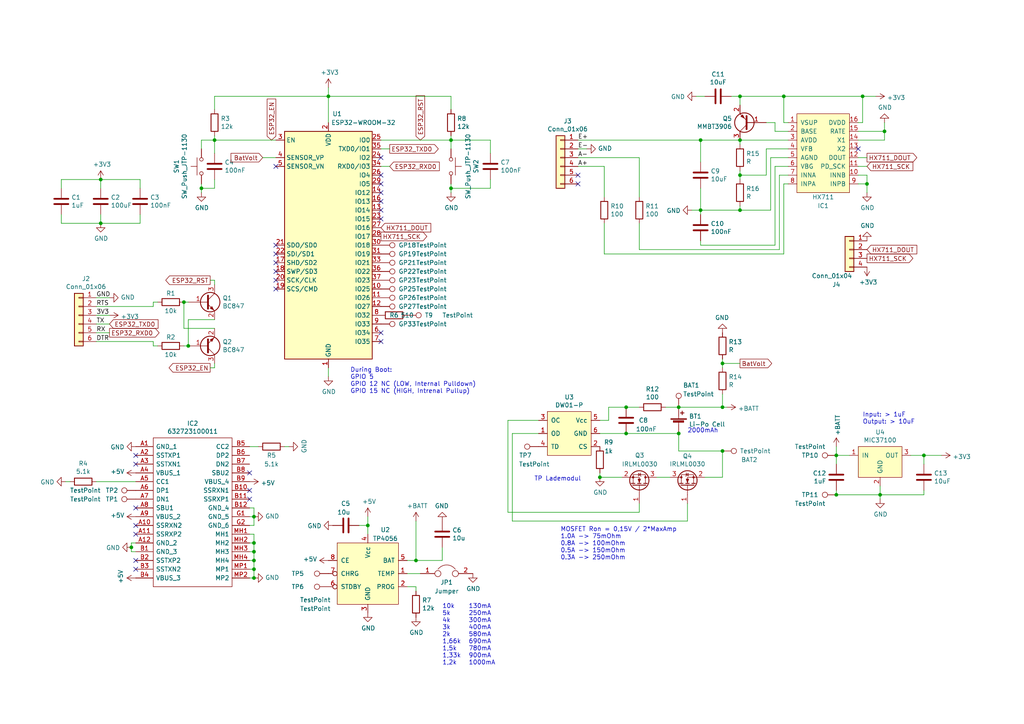
<source format=kicad_sch>
(kicad_sch (version 20211123) (generator eeschema)
  (paper "A4")
  (title_block (title "Smarte Küchenwaage") (date "2021-05-19") (rev "0.4") (company "FH Dortmund - 42nibbles") (comment 1 "https://github.com/Jannled") (comment 2 "Author: Jannik Schmöle"))
  (junction (at 214.63 40.64))
  (junction (at 73.66 157.48))
  (junction (at 251.46 53.34))
  (junction (at 214.63 60.96))
  (junction (at 203.2 60.96))
  (junction (at 130.81 54.61))
  (junction (at 181.61 125.73))
  (junction (at 106.68 152.4))
  (junction (at 214.63 50.8))
  (junction (at 242.57 143.51))
  (junction (at 73.66 162.56))
  (junction (at 203.2 40.64))
  (junction (at 173.99 138.43))
  (junction (at 73.66 160.02))
  (junction (at 29.21 64.77))
  (junction (at 196.85 118.11))
  (junction (at 38.1 158.75))
  (junction (at 242.57 132.08))
  (junction (at 181.61 118.11))
  (junction (at 209.55 130.81))
  (junction (at 73.66 165.1))
  (junction (at 214.63 27.94))
  (junction (at 73.66 167.64))
  (junction (at 29.21 52.07))
  (junction (at 267.97 132.08))
  (junction (at 58.42 54.61))
  (junction (at 209.55 118.11))
  (junction (at 256.54 38.1))
  (junction (at 62.23 40.64))
  (junction (at 250.19 27.94))
  (junction (at 209.55 105.41))
  (junction (at 73.66 149.86))
  (junction (at 95.25 27.94))
  (junction (at 196.85 125.73))
  (junction (at 227.33 27.94))
  (junction (at 255.27 143.51))
  (junction (at 120.65 162.56))
  (junction (at 54.61 100.33))
  (junction (at 130.81 40.64))
  (junction (at 53.34 87.63))
  (no_connect (at 167.64 50.8))
  (no_connect (at 39.37 165.1))
  (no_connect (at 248.92 43.18))
  (no_connect (at 110.49 60.96))
  (no_connect (at 80.01 78.74))
  (no_connect (at 80.01 81.28))
  (no_connect (at 110.49 63.5))
  (no_connect (at 110.49 45.72))
  (no_connect (at 110.49 50.8))
  (no_connect (at 72.39 142.24))
  (no_connect (at 39.37 162.56))
  (no_connect (at 72.39 137.16))
  (no_connect (at 80.01 76.2))
  (no_connect (at 72.39 144.78))
  (no_connect (at 110.49 99.06))
  (no_connect (at 110.49 58.42))
  (no_connect (at 39.37 152.4))
  (no_connect (at 80.01 48.26))
  (no_connect (at 39.37 154.94))
  (no_connect (at 80.01 71.12))
  (no_connect (at 39.37 134.62))
  (no_connect (at 39.37 147.32))
  (no_connect (at 110.49 55.88))
  (no_connect (at 110.49 53.34))
  (no_connect (at 110.49 96.52))
  (no_connect (at 80.01 73.66))
  (no_connect (at 167.64 53.34))
  (no_connect (at 80.01 83.82))
  (no_connect (at 39.37 132.08))
  (wire (pts (xy 17.78 62.23) (xy 17.78 64.77)))
  (wire (pts (xy 214.63 27.94) (xy 214.63 30.48)))
  (wire (pts (xy 242.57 129.54) (xy 242.57 132.08)))
  (wire (pts (xy 203.2 40.64) (xy 214.63 40.64)))
  (wire (pts (xy 196.85 130.81) (xy 209.55 130.81)))
  (wire (pts (xy 72.39 152.4) (xy 73.66 152.4)))
  (wire (pts (xy 106.68 154.94) (xy 106.68 152.4)))
  (wire (pts (xy 248.92 48.26) (xy 251.46 48.26)))
  (wire (pts (xy 209.55 130.81) (xy 209.55 138.43)))
  (wire (pts (xy 58.42 40.64) (xy 58.42 43.18)))
  (wire (pts (xy 248.92 38.1) (xy 256.54 38.1)))
  (wire (pts (xy 209.55 118.11) (xy 210.82 118.11)))
  (wire (pts (xy 181.61 125.73) (xy 196.85 125.73)))
  (wire (pts (xy 227.33 27.94) (xy 250.19 27.94)))
  (wire (pts (xy 120.65 162.56) (xy 118.11 162.56)))
  (wire (pts (xy 62.23 54.61) (xy 58.42 54.61)))
  (wire (pts (xy 120.65 170.18) (xy 120.65 171.45)))
  (wire (pts (xy 39.37 157.48) (xy 38.1 157.48)))
  (wire (pts (xy 62.23 92.71) (xy 54.61 92.71)))
  (wire (pts (xy 181.61 118.11) (xy 185.42 118.11)))
  (wire (pts (xy 214.63 27.94) (xy 227.33 27.94)))
  (wire (pts (xy 38.1 158.75) (xy 38.1 160.02)))
  (wire (pts (xy 130.81 40.64) (xy 130.81 43.18)))
  (wire (pts (xy 40.64 62.23) (xy 40.64 64.77)))
  (wire (pts (xy 128.27 162.56) (xy 120.65 162.56)))
  (wire (pts (xy 58.42 55.88) (xy 58.42 54.61)))
  (wire (pts (xy 227.33 53.34) (xy 228.6 53.34)))
  (wire (pts (xy 267.97 132.08) (xy 267.97 134.62)))
  (wire (pts (xy 185.42 45.72) (xy 185.42 57.15)))
  (wire (pts (xy 228.6 35.56) (xy 227.33 35.56)))
  (wire (pts (xy 242.57 132.08) (xy 246.38 132.08)))
  (wire (pts (xy 148.59 125.73) (xy 156.21 125.73)))
  (wire (pts (xy 62.23 81.28) (xy 62.23 82.55)))
  (wire (pts (xy 29.21 52.07) (xy 40.64 52.07)))
  (wire (pts (xy 167.64 40.64) (xy 203.2 40.64)))
  (wire (pts (xy 255.27 143.51) (xy 255.27 140.97)))
  (wire (pts (xy 130.81 39.37) (xy 130.81 40.64)))
  (wire (pts (xy 214.63 60.96) (xy 223.52 60.96)))
  (wire (pts (xy 248.92 40.64) (xy 256.54 40.64)))
  (wire (pts (xy 147.32 121.92) (xy 147.32 148.59)))
  (wire (pts (xy 27.94 139.7) (xy 39.37 139.7)))
  (wire (pts (xy 227.33 73.66) (xy 227.33 53.34)))
  (wire (pts (xy 27.94 88.9) (xy 44.45 88.9)))
  (wire (pts (xy 130.81 27.94) (xy 130.81 31.75)))
  (wire (pts (xy 209.55 104.14) (xy 209.55 105.41)))
  (wire (pts (xy 62.23 105.41) (xy 62.23 106.68)))
  (wire (pts (xy 29.21 52.07) (xy 29.21 54.61)))
  (wire (pts (xy 73.66 154.94) (xy 72.39 154.94)))
  (wire (pts (xy 62.23 95.25) (xy 53.34 95.25)))
  (wire (pts (xy 73.66 147.32) (xy 72.39 147.32)))
  (wire (pts (xy 17.78 52.07) (xy 17.78 54.61)))
  (wire (pts (xy 203.2 62.23) (xy 203.2 60.96)))
  (wire (pts (xy 250.19 27.94) (xy 254 27.94)))
  (wire (pts (xy 267.97 142.24) (xy 267.97 143.51)))
  (wire (pts (xy 167.64 48.26) (xy 175.26 48.26)))
  (wire (pts (xy 148.59 151.13) (xy 148.59 125.73)))
  (wire (pts (xy 73.66 165.1) (xy 73.66 162.56)))
  (wire (pts (xy 175.26 48.26) (xy 175.26 57.15)))
  (wire (pts (xy 267.97 132.08) (xy 273.05 132.08)))
  (wire (pts (xy 118.11 170.18) (xy 120.65 170.18)))
  (wire (pts (xy 248.92 53.34) (xy 251.46 53.34)))
  (wire (pts (xy 147.32 148.59) (xy 185.42 148.59)))
  (wire (pts (xy 58.42 40.64) (xy 62.23 40.64)))
  (wire (pts (xy 223.52 45.72) (xy 223.52 60.96)))
  (wire (pts (xy 203.2 46.99) (xy 203.2 40.64)))
  (wire (pts (xy 27.94 93.98) (xy 31.75 93.98)))
  (wire (pts (xy 222.25 43.18) (xy 228.6 43.18)))
  (wire (pts (xy 214.63 50.8) (xy 222.25 50.8)))
  (wire (pts (xy 175.26 73.66) (xy 227.33 73.66)))
  (wire (pts (xy 173.99 137.16) (xy 173.99 138.43)))
  (wire (pts (xy 214.63 40.64) (xy 214.63 41.91)))
  (wire (pts (xy 227.33 35.56) (xy 227.33 27.94)))
  (wire (pts (xy 62.23 39.37) (xy 62.23 40.64)))
  (wire (pts (xy 196.85 118.11) (xy 209.55 118.11)))
  (wire (pts (xy 201.93 27.94) (xy 204.47 27.94)))
  (wire (pts (xy 44.45 87.63) (xy 45.72 87.63)))
  (wire (pts (xy 62.23 106.68) (xy 60.96 106.68)))
  (wire (pts (xy 95.25 25.4) (xy 95.25 27.94)))
  (wire (pts (xy 62.23 44.45) (xy 62.23 40.64)))
  (wire (pts (xy 193.04 118.11) (xy 196.85 118.11)))
  (wire (pts (xy 62.23 27.94) (xy 95.25 27.94)))
  (wire (pts (xy 73.66 162.56) (xy 73.66 160.02)))
  (wire (pts (xy 156.21 121.92) (xy 147.32 121.92)))
  (wire (pts (xy 76.2 45.72) (xy 80.01 45.72)))
  (wire (pts (xy 106.68 152.4) (xy 106.68 149.86)))
  (wire (pts (xy 72.39 162.56) (xy 73.66 162.56)))
  (wire (pts (xy 130.81 55.88) (xy 130.81 54.61)))
  (wire (pts (xy 73.66 167.64) (xy 73.66 165.1)))
  (wire (pts (xy 248.92 45.72) (xy 251.46 45.72)))
  (wire (pts (xy 203.2 54.61) (xy 203.2 60.96)))
  (wire (pts (xy 53.34 95.25) (xy 53.34 87.63)))
  (wire (pts (xy 224.79 35.56) (xy 224.79 38.1)))
  (wire (pts (xy 17.78 64.77) (xy 29.21 64.77)))
  (wire (pts (xy 173.99 125.73) (xy 181.61 125.73)))
  (wire (pts (xy 40.64 64.77) (xy 29.21 64.77)))
  (wire (pts (xy 209.55 105.41) (xy 214.63 105.41)))
  (wire (pts (xy 20.32 139.7) (xy 19.05 139.7)))
  (wire (pts (xy 110.49 40.64) (xy 130.81 40.64)))
  (wire (pts (xy 199.39 146.05) (xy 199.39 151.13)))
  (wire (pts (xy 214.63 49.53) (xy 214.63 50.8)))
  (wire (pts (xy 264.16 132.08) (xy 267.97 132.08)))
  (wire (pts (xy 31.75 91.44) (xy 27.94 91.44)))
  (wire (pts (xy 251.46 50.8) (xy 251.46 53.34)))
  (wire (pts (xy 222.25 50.8) (xy 222.25 43.18)))
  (wire (pts (xy 242.57 143.51) (xy 255.27 143.51)))
  (wire (pts (xy 203.2 71.12) (xy 203.2 69.85)))
  (wire (pts (xy 255.27 144.78) (xy 255.27 143.51)))
  (wire (pts (xy 214.63 50.8) (xy 214.63 52.07)))
  (wire (pts (xy 53.34 100.33) (xy 54.61 100.33)))
  (wire (pts (xy 120.65 151.13) (xy 120.65 162.56)))
  (wire (pts (xy 128.27 158.75) (xy 128.27 162.56)))
  (wire (pts (xy 224.79 38.1) (xy 228.6 38.1)))
  (wire (pts (xy 73.66 157.48) (xy 73.66 160.02)))
  (wire (pts (xy 142.24 52.07) (xy 142.24 54.61)))
  (wire (pts (xy 54.61 92.71) (xy 54.61 100.33)))
  (wire (pts (xy 185.42 72.39) (xy 185.42 64.77)))
  (wire (pts (xy 242.57 134.62) (xy 242.57 132.08)))
  (wire (pts (xy 38.1 157.48) (xy 38.1 158.75)))
  (wire (pts (xy 228.6 48.26) (xy 224.79 48.26)))
  (wire (pts (xy 72.39 149.86) (xy 73.66 149.86)))
  (wire (pts (xy 173.99 121.92) (xy 176.53 121.92)))
  (wire (pts (xy 53.34 87.63) (xy 54.61 87.63)))
  (wire (pts (xy 251.46 53.34) (xy 251.46 55.88)))
  (wire (pts (xy 113.03 43.18) (xy 110.49 43.18)))
  (wire (pts (xy 203.2 60.96) (xy 200.66 60.96)))
  (wire (pts (xy 199.39 151.13) (xy 148.59 151.13)))
  (wire (pts (xy 44.45 100.33) (xy 45.72 100.33)))
  (wire (pts (xy 167.64 43.18) (xy 170.18 43.18)))
  (wire (pts (xy 83.82 129.54) (xy 82.55 129.54)))
  (wire (pts (xy 242.57 142.24) (xy 242.57 143.51)))
  (wire (pts (xy 95.25 27.94) (xy 130.81 27.94)))
  (wire (pts (xy 73.66 149.86) (xy 73.66 147.32)))
  (wire (pts (xy 185.42 148.59) (xy 185.42 146.05)))
  (wire (pts (xy 27.94 99.06) (xy 44.45 99.06)))
  (wire (pts (xy 176.53 121.92) (xy 176.53 118.11)))
  (wire (pts (xy 58.42 54.61) (xy 58.42 53.34)))
  (wire (pts (xy 256.54 40.64) (xy 256.54 38.1)))
  (wire (pts (xy 95.25 27.94) (xy 95.25 35.56)))
  (wire (pts (xy 248.92 50.8) (xy 251.46 50.8)))
  (wire (pts (xy 175.26 64.77) (xy 175.26 73.66)))
  (wire (pts (xy 44.45 88.9) (xy 44.45 87.63)))
  (wire (pts (xy 62.23 52.07) (xy 62.23 54.61)))
  (wire (pts (xy 130.81 40.64) (xy 142.24 40.64)))
  (wire (pts (xy 167.64 45.72) (xy 185.42 45.72)))
  (wire (pts (xy 212.09 27.94) (xy 214.63 27.94)))
  (wire (pts (xy 95.25 109.22) (xy 95.25 106.68)))
  (wire (pts (xy 214.63 60.96) (xy 214.63 59.69)))
  (wire (pts (xy 72.39 157.48) (xy 73.66 157.48)))
  (wire (pts (xy 110.49 48.26) (xy 113.03 48.26)))
  (wire (pts (xy 250.19 35.56) (xy 250.19 27.94)))
  (wire (pts (xy 27.94 96.52) (xy 31.75 96.52)))
  (wire (pts (xy 72.39 160.02) (xy 73.66 160.02)))
  (wire (pts (xy 60.96 81.28) (xy 62.23 81.28)))
  (wire (pts (xy 209.55 114.3) (xy 209.55 118.11)))
  (wire (pts (xy 226.06 72.39) (xy 185.42 72.39)))
  (wire (pts (xy 73.66 157.48) (xy 73.66 154.94)))
  (wire (pts (xy 38.1 160.02) (xy 39.37 160.02)))
  (wire (pts (xy 118.11 166.37) (xy 121.92 166.37)))
  (wire (pts (xy 173.99 138.43) (xy 180.34 138.43)))
  (wire (pts (xy 203.2 60.96) (xy 214.63 60.96)))
  (wire (pts (xy 248.92 35.56) (xy 250.19 35.56)))
  (wire (pts (xy 224.79 48.26) (xy 224.79 71.12)))
  (wire (pts (xy 228.6 50.8) (xy 226.06 50.8)))
  (wire (pts (xy 267.97 143.51) (xy 255.27 143.51)))
  (wire (pts (xy 209.55 105.41) (xy 209.55 106.68)))
  (wire (pts (xy 142.24 54.61) (xy 130.81 54.61)))
  (wire (pts (xy 44.45 99.06) (xy 44.45 100.33)))
  (wire (pts (xy 142.24 40.64) (xy 142.24 44.45)))
  (wire (pts (xy 214.63 40.64) (xy 228.6 40.64)))
  (wire (pts (xy 73.66 152.4) (xy 73.66 149.86)))
  (wire (pts (xy 62.23 27.94) (xy 62.23 31.75)))
  (wire (pts (xy 130.81 54.61) (xy 130.81 53.34)))
  (wire (pts (xy 62.23 40.64) (xy 80.01 40.64)))
  (wire (pts (xy 72.39 165.1) (xy 73.66 165.1)))
  (wire (pts (xy 31.75 86.36) (xy 27.94 86.36)))
  (wire (pts (xy 72.39 129.54) (xy 74.93 129.54)))
  (wire (pts (xy 29.21 62.23) (xy 29.21 64.77)))
  (wire (pts (xy 209.55 138.43) (xy 204.47 138.43)))
  (wire (pts (xy 222.25 35.56) (xy 224.79 35.56)))
  (wire (pts (xy 223.52 45.72) (xy 228.6 45.72)))
  (wire (pts (xy 256.54 38.1) (xy 256.54 35.56)))
  (wire (pts (xy 29.21 52.07) (xy 17.78 52.07)))
  (wire (pts (xy 194.31 138.43) (xy 190.5 138.43)))
  (wire (pts (xy 106.68 152.4) (xy 104.14 152.4)))
  (wire (pts (xy 40.64 52.07) (xy 40.64 54.61)))
  (wire (pts (xy 226.06 50.8) (xy 226.06 72.39)))
  (wire (pts (xy 176.53 118.11) (xy 181.61 118.11)))
  (wire (pts (xy 203.2 71.12) (xy 224.79 71.12)))
  (wire (pts (xy 196.85 125.73) (xy 196.85 130.81)))
  (wire (pts (xy 72.39 167.64) (xy 73.66 167.64)))
  (text "TP Lademodul" (at 154.94 139.7 0) (effects (font (size 1.27 1.27)) (justify left bottom)))
  (text "During Boot:\nGPIO 5   \nGPIO 12 NC (LOW, Internal Pulldown)\nGPIO 15 NC (HIGH, Intrenal Pullup)" (at 101.6 114.3 0) (effects (font (size 1.27 1.27)) (justify left bottom)))
  (text "MOSFET Ron = 0,15V / 2*MaxAmp\n1.0A -> 75mOhm \n0.8A -> 100mOhm\n0.5A -> 150mOhm\n0.3A -> 250mOhm" (at 162.56 162.56 0) (effects (font (size 1.27 1.27)) (justify left bottom)))
  (text "Input: > 1uF\nOutput: > 10uF" (at 250.19 123.19 0) (effects (font (size 1.27 1.27)) (justify left bottom)))
  (text "130mA\n250mA\n300mA\n400mA\n580mA\n690mA\n780mA\n900mA\n1000mA" (at 135.89 193.04 0) (effects (font (size 1.27 1.27)) (justify left bottom)))
  (text "10k\n5k\n4k\n3k\n2k\n1,66k\n1,5k\n1,33k\n1,2k" (at 128.27 193.04 0) (effects (font (size 1.27 1.27)) (justify left bottom)))
  (text "2000mAh\n" (at 199.39 125.73 0) (effects (font (size 1.27 1.27)) (justify left bottom)))
  (label "E-" (at 167.64 43.18 0))
  (label "RTS" (at 27.94 88.9 0))
  (label "TX" (at 27.94 93.98 0))
  (label "RX" (at 27.94 96.52 0))
  (label "DTR" (at 27.94 99.06 0))
  (label "E+" (at 167.64 40.64 0))
  (label "A+" (at 167.64 48.26 0))
  (label "A-" (at 167.64 45.72 0))
  (label "3V3" (at 27.94 91.44 0))
  (label "GND" (at 27.94 86.36 0))
  (global_label "HX711_DOUT" (shape output) (at 251.46 45.72 0) (property "Intersheet References" "${INTERSHEET_REFS}" (effects hide)))
  (global_label "HX711_SCK" (shape output) (at 110.49 68.58 0) (property "Intersheet References" "${INTERSHEET_REFS}" (effects hide)))
  (global_label "ESP32_RXD0" (shape output) (at 31.75 96.52 0) (property "Intersheet References" "${INTERSHEET_REFS}" (effects hide)))
  (global_label "ESP32_TXD0" (shape output) (at 113.03 43.18 0) (property "Intersheet References" "${INTERSHEET_REFS}" (effects hide)))
  (global_label "HX711_SCK" (shape output) (at 251.46 74.93 0) (property "Intersheet References" "${INTERSHEET_REFS}" (effects hide)))
  (global_label "ESP32_TXD0" (shape input) (at 31.75 93.98 0) (property "Intersheet References" "${INTERSHEET_REFS}" (effects hide)))
  (global_label "BatVolt" (shape input) (at 76.2 45.72 180) (property "Intersheet References" "${INTERSHEET_REFS}" (effects hide)))
  (global_label "ESP32_RXD0" (shape input) (at 113.03 48.26 0) (property "Intersheet References" "${INTERSHEET_REFS}" (effects hide)))
  (global_label "HX711_SCK" (shape input) (at 251.46 48.26 0) (property "Intersheet References" "${INTERSHEET_REFS}" (effects hide)))
  (global_label "ESP32_EN" (shape input) (at 78.74 40.64 90) (property "Intersheet References" "${INTERSHEET_REFS}" (effects hide)))
  (global_label "HX711_DOUT" (shape input) (at 110.49 66.04 0) (property "Intersheet References" "${INTERSHEET_REFS}" (effects hide)))
  (global_label "ESP32_RST" (shape input) (at 121.92 40.64 90) (property "Intersheet References" "${INTERSHEET_REFS}" (effects hide)))
  (global_label "BatVolt" (shape output) (at 214.63 105.41 0) (property "Intersheet References" "${INTERSHEET_REFS}" (effects hide)))
  (global_label "ESP32_EN" (shape output) (at 60.96 106.68 180) (property "Intersheet References" "${INTERSHEET_REFS}" (effects hide)))
  (global_label "ESP32_RST" (shape output) (at 60.96 81.28 180) (property "Intersheet References" "${INTERSHEET_REFS}" (effects hide)))
  (global_label "HX711_DOUT" (shape input) (at 251.46 72.39 0) (property "Intersheet References" "${INTERSHEET_REFS}" (effects hide)))
  (symbol (lib_id "SmartScale-rescue:ESP32-WROOM-32-RF_Module") (at 95.25 71.12 0) (unit 1)
    (property "Reference" "U1" (at 97.79 33.02 0))
    (property "Value" "ESP32-WROOM-32" (at 105.41 35.56 0))
    (property "Footprint" "RF_Module:ESP32-WROOM-32" (effects hide))
    (property "Datasheet" "https://www.espressif.com/sites/default/files/documentation/esp32-wroom-32_datasheet_en.pdf" (effects hide))
  )
  (symbol (lib_id "SmartScale-rescue:C-Device") (at 29.21 58.42 0) (unit 1)
    (property "Reference" "C2" (at 32.131 57.2516 0) (effects (justify left)))
    (property "Value" "100uF" (at 32.131 59.563 0) (effects (justify left)))
    (property "Footprint" "Capacitor_SMD:C_0805_2012Metric_Pad1.18x1.45mm_HandSolder" (effects hide))
  )
  (symbol (lib_id "Library:HX711") (at 238.76 44.45 0) (unit 1)
    (property "Reference" "IC1" (at 238.76 59.69 0))
    (property "Value" "HX711" (at 238.76 57.15 0))
    (property "Footprint" "Package_SO:SOP-16_4.4x10.4mm_P1.27mm" (effects hide))
    (property "Datasheet" "${KIPRJMOD}/library/documentation/HX711.pdf" (effects hide))
  )
  (symbol (lib_id "SmartScale-rescue:+3V3-power") (at 29.21 52.07 0) (unit 1)
    (property "Reference" "#PWR01" (effects hide))
    (property "Value" "+3V3" (at 29.591 47.6758 0))
  )
  (symbol (lib_id "SmartScale-rescue:GND-power") (at 29.21 64.77 0) (unit 1)
    (property "Reference" "#PWR02" (effects hide))
    (property "Value" "GND" (at 29.337 69.1642 0))
  )
  (symbol (lib_id "SmartScale-rescue:C-Device") (at 17.78 58.42 0) (unit 1)
    (property "Reference" "C1" (at 20.701 57.2516 0) (effects (justify left)))
    (property "Value" "1uF" (at 20.701 59.563 0) (effects (justify left)))
    (property "Footprint" "Capacitor_SMD:C_0805_2012Metric_Pad1.18x1.45mm_HandSolder" (effects hide))
  )
  (symbol (lib_id "SmartScale-rescue:C-Device") (at 40.64 58.42 0) (unit 1)
    (property "Reference" "C3" (at 43.561 57.2516 0) (effects (justify left)))
    (property "Value" "100nF" (at 43.561 59.563 0) (effects (justify left)))
    (property "Footprint" "Capacitor_SMD:C_0805_2012Metric_Pad1.18x1.45mm_HandSolder" (effects hide))
  )
  (symbol (lib_id "SmartScale-rescue:GND-power") (at 251.46 55.88 0) (unit 1)
    (property "Reference" "#PWR027" (effects hide))
    (property "Value" "GND" (at 251.587 60.2742 0))
  )
  (symbol (lib_id "SmartScale-rescue:C-Device") (at 208.28 27.94 270) (unit 1)
    (property "Reference" "C11" (at 208.28 21.5392 90))
    (property "Value" "10uF" (at 208.28 23.8506 90))
    (property "Footprint" "Capacitor_SMD:C_0805_2012Metric_Pad1.18x1.45mm_HandSolder" (effects hide))
  )
  (symbol (lib_id "SmartScale-rescue:MMBT3906-Transistor_BJT") (at 217.17 35.56 180) (unit 1)
    (property "Reference" "Q5" (at 212.3186 34.3916 0) (effects (justify left)))
    (property "Value" "MMBT3906" (at 212.3186 36.703 0) (effects (justify left)))
    (property "Footprint" "Package_TO_SOT_SMD:SOT-23" (effects hide))
    (property "Datasheet" "https://www.onsemi.com/pub/Collateral/2N3906-D.PDF" (effects hide))
  )
  (symbol (lib_id "SmartScale-rescue:GND-power") (at 201.93 27.94 270) (unit 1)
    (property "Reference" "#PWR023" (effects hide))
    (property "Value" "GND" (at 198.6788 28.067 90) (effects (justify right)))
  )
  (symbol (lib_id "SmartScale-rescue:+3V3-power") (at 254 27.94 270) (unit 1)
    (property "Reference" "#PWR030" (effects hide))
    (property "Value" "+3V3" (at 257.2512 28.321 90) (effects (justify left)))
  )
  (symbol (lib_id "SmartScale-rescue:GND-power") (at 256.54 35.56 0) (mirror x) (unit 1)
    (property "Reference" "#PWR032" (effects hide))
    (property "Value" "GND" (at 256.667 31.1658 0))
  )
  (symbol (lib_id "SmartScale-rescue:R-Device") (at 214.63 45.72 0) (unit 1)
    (property "Reference" "R15" (at 216.408 44.5516 0) (effects (justify left)))
    (property "Value" "R" (at 216.408 46.863 0) (effects (justify left)))
    (property "Footprint" "Resistor_SMD:R_0805_2012Metric_Pad1.20x1.40mm_HandSolder" (effects hide))
  )
  (symbol (lib_id "SmartScale-rescue:R-Device") (at 214.63 55.88 0) (unit 1)
    (property "Reference" "R16" (at 216.408 54.7116 0) (effects (justify left)))
    (property "Value" "R" (at 216.408 57.023 0) (effects (justify left)))
    (property "Footprint" "Resistor_SMD:R_0805_2012Metric_Pad1.20x1.40mm_HandSolder" (effects hide))
  )
  (symbol (lib_id "SmartScale-rescue:C-Device") (at 203.2 50.8 0) (unit 1)
    (property "Reference" "C9" (at 206.121 49.6316 0) (effects (justify left)))
    (property "Value" "10uF" (at 206.121 51.943 0) (effects (justify left)))
    (property "Footprint" "Capacitor_SMD:C_0805_2012Metric_Pad1.18x1.45mm_HandSolder" (effects hide))
  )
  (symbol (lib_id "SmartScale-rescue:C-Device") (at 203.2 66.04 0) (unit 1)
    (property "Reference" "C10" (at 206.121 64.8716 0) (effects (justify left)))
    (property "Value" "100nF" (at 206.121 67.183 0) (effects (justify left)))
    (property "Footprint" "Capacitor_SMD:C_0805_2012Metric_Pad1.18x1.45mm_HandSolder" (effects hide))
  )
  (symbol (lib_id "SmartScale-rescue:GND-power") (at 200.66 60.96 270) (unit 1)
    (property "Reference" "#PWR022" (effects hide))
    (property "Value" "GND" (at 197.4088 61.087 90) (effects (justify right)))
  )
  (symbol (lib_id "SmartScale-rescue:GND-power") (at 170.18 43.18 90) (unit 1)
    (property "Reference" "#PWR020" (effects hide))
    (property "Value" "GND" (at 173.4312 43.053 90) (effects (justify right)))
  )
  (symbol (lib_id "SmartScale-rescue:R-Device") (at 175.26 60.96 0) (unit 1)
    (property "Reference" "R10" (at 177.038 59.7916 0) (effects (justify left)))
    (property "Value" "100" (at 177.038 62.103 0) (effects (justify left)))
    (property "Footprint" "Resistor_SMD:R_0805_2012Metric_Pad1.20x1.40mm_HandSolder" (effects hide))
  )
  (symbol (lib_id "SmartScale-rescue:R-Device") (at 185.42 60.96 0) (unit 1)
    (property "Reference" "R11" (at 187.198 59.7916 0) (effects (justify left)))
    (property "Value" "100" (at 187.198 62.103 0) (effects (justify left)))
    (property "Footprint" "Resistor_SMD:R_0805_2012Metric_Pad1.20x1.40mm_HandSolder" (effects hide))
  )
  (symbol (lib_id "SmartScale-rescue:+3V3-power") (at 95.25 25.4 0) (unit 1)
    (property "Reference" "#PWR09" (effects hide))
    (property "Value" "+3V3" (at 95.631 21.0058 0))
  )
  (symbol (lib_id "SmartScale-rescue:GND-power") (at 95.25 109.22 0) (unit 1)
    (property "Reference" "#PWR010" (effects hide))
    (property "Value" "GND" (at 95.377 113.6142 0))
  )
  (symbol (lib_id "SmartScale-rescue:GND-power") (at 58.42 55.88 0) (unit 1)
    (property "Reference" "#PWR07" (effects hide))
    (property "Value" "GND" (at 58.547 60.2742 0))
  )
  (symbol (lib_id "Library:SW_Push_JTP-1130") (at 58.42 48.26 90) (unit 1)
    (property "Reference" "SW1" (at 51.181 48.26 0))
    (property "Value" "SW_Push_JTP-1130" (at 53.4924 48.26 0))
    (property "Footprint" "Jumper:SolderJumper-2_P1.3mm_Open_RoundedPad1.0x1.5mm" (effects hide))
    (property "Datasheet" "${KIPRJMOD}/library/documentation/JTP-SERIE_switch.pdf" (effects hide))
  )
  (symbol (lib_id "SmartScale-rescue:R-Device") (at 62.23 35.56 0) (unit 1)
    (property "Reference" "R3" (at 64.008 34.3916 0) (effects (justify left)))
    (property "Value" "12k" (at 64.008 36.703 0) (effects (justify left)))
    (property "Footprint" "Resistor_SMD:R_0805_2012Metric_Pad1.20x1.40mm_HandSolder" (effects hide))
  )
  (symbol (lib_id "SmartScale-rescue:GND-power") (at 130.81 55.88 0) (unit 1)
    (property "Reference" "#PWR018" (effects hide))
    (property "Value" "GND" (at 130.937 60.2742 0))
  )
  (symbol (lib_id "Library:SW_Push_JTP-1130") (at 130.81 48.26 270) (mirror x) (unit 1)
    (property "Reference" "SW2" (at 138.049 48.26 0))
    (property "Value" "SW_Push_JTP-1130" (at 135.7376 48.26 0))
    (property "Footprint" "Jumper:SolderJumper-2_P1.3mm_Open_RoundedPad1.0x1.5mm" (effects hide))
    (property "Datasheet" "${KIPRJMOD}/library/documentation/JTP-SERIE_switch.pdf" (effects hide))
  )
  (symbol (lib_id "SmartScale-rescue:R-Device") (at 130.81 35.56 0) (unit 1)
    (property "Reference" "R8" (at 132.588 34.3916 0) (effects (justify left)))
    (property "Value" "12k" (at 132.588 36.703 0) (effects (justify left)))
    (property "Footprint" "Resistor_SMD:R_0805_2012Metric_Pad1.20x1.40mm_HandSolder" (effects hide))
  )
  (symbol (lib_id "SmartScale-rescue:Conn_01x06-Connector_Generic") (at 22.86 91.44 0) (mirror y) (unit 1)
    (property "Reference" "J2" (at 24.9428 80.8482 0))
    (property "Value" "Conn_01x06" (at 24.9428 83.1596 0))
    (property "Footprint" "Connector_PinHeader_2.54mm:PinHeader_1x06_P2.54mm_Horizontal" (effects hide))
  )
  (symbol (lib_id "SmartScale-rescue:GND-power") (at 31.75 86.36 90) (unit 1)
    (property "Reference" "#PWR04" (effects hide))
    (property "Value" "GND" (at 35.0012 86.233 90) (effects (justify right)))
  )
  (symbol (lib_id "SmartScale-rescue:+3V3-power") (at 31.75 91.44 270) (unit 1)
    (property "Reference" "#PWR05" (effects hide))
    (property "Value" "+3V3" (at 35.0012 91.821 90) (effects (justify left)))
  )
  (symbol (lib_id "SmartScale-rescue:Battery_Cell-Device") (at 196.85 123.19 0) (unit 1)
    (property "Reference" "BT1" (at 199.8472 120.7516 0) (effects (justify left)))
    (property "Value" "Li-Po Cell" (at 199.8472 123.063 0) (effects (justify left)))
    (property "Footprint" "Diode_SMD:D_1206_3216Metric_Castellated" (effects hide))
  )
  (symbol (lib_id "SmartScale-rescue:GND-power") (at 83.82 129.54 90) (unit 1)
    (property "Reference" "#PWR03" (effects hide))
    (property "Value" "GND" (at 88.2142 129.413 0))
  )
  (symbol (lib_id "SmartScale-rescue:TestPoint-Connector") (at 39.37 144.78 90) (unit 1)
    (property "Reference" "TP1" (at 34.29 144.78 90) (effects (justify left)))
    (property "Value" "TestPoint" (at 29.21 144.78 90) (effects (justify left)))
    (property "Footprint" "TestPoint:TestPoint_Pad_D1.0mm" (effects hide))
  )
  (symbol (lib_id "SmartScale-rescue:TestPoint-Connector") (at 39.37 142.24 90) (unit 1)
    (property "Reference" "TP2" (at 34.29 142.24 90) (effects (justify left)))
    (property "Value" "TestPoint" (at 29.21 142.24 90) (effects (justify left)))
    (property "Footprint" "TestPoint:TestPoint_Pad_D1.0mm" (effects hide))
  )
  (symbol (lib_id "Library:DW01-P") (at 165.1 125.73 0) (mirror y) (unit 1)
    (property "Reference" "U3" (at 165.1 115.189 0))
    (property "Value" "DW01-P" (at 165.1 117.5004 0))
    (property "Footprint" "Package_TO_SOT_SMD:SOT-23-6" (effects hide))
    (property "Datasheet" "https://cdn.sparkfun.com/assets/learn_tutorials/2/5/1/DW01-P_DataSheet_V10.pdf" (effects hide))
  )
  (symbol (lib_id "Library:MIC37100") (at 255.27 133.35 0) (unit 1)
    (property "Reference" "U4" (at 255.27 125.349 0))
    (property "Value" "MIC37100" (at 255.27 127.6604 0))
    (property "Footprint" "Package_TO_SOT_SMD:SOT-223" (effects hide))
    (property "Datasheet" "http://ww1.microchip.com/downloads/en/DeviceDoc/mic37100.pdf" (effects hide))
  )
  (symbol (lib_id "SmartScale-rescue:GND-power") (at 255.27 144.78 0) (unit 1)
    (property "Reference" "#PWR031" (effects hide))
    (property "Value" "GND" (at 255.397 149.1742 0))
  )
  (symbol (lib_id "SmartScale-rescue:+3V3-power") (at 273.05 132.08 270) (unit 1)
    (property "Reference" "#PWR033" (effects hide))
    (property "Value" "+3V3" (at 276.3012 132.461 90) (effects (justify left)))
  )
  (symbol (lib_id "SmartScale-rescue:TestPoint-Connector") (at 156.21 129.54 90) (unit 1)
    (property "Reference" "TP7" (at 152.4 132.08 90))
    (property "Value" "TestPoint" (at 154.94 134.62 90))
    (property "Footprint" "TestPoint:TestPoint_Pad_D1.0mm" (effects hide))
  )
  (symbol (lib_id "SmartScale-rescue:TestPoint-Connector") (at 110.49 83.82 270) (unit 1)
    (property "Reference" "GP25" (at 115.57 83.82 90) (effects (justify left)))
    (property "Value" "TestPoint" (at 120.65 83.82 90) (effects (justify left)))
    (property "Footprint" "Connector_Pin:Pin_D0.7mm_L6.5mm_W1.8mm_FlatFork" (effects hide))
  )
  (symbol (lib_id "SmartScale-rescue:TestPoint-Connector") (at 110.49 86.36 270) (unit 1)
    (property "Reference" "GP26" (at 115.57 86.36 90) (effects (justify left)))
    (property "Value" "TestPoint" (at 120.65 86.36 90) (effects (justify left)))
    (property "Footprint" "Connector_Pin:Pin_D0.7mm_L6.5mm_W1.8mm_FlatFork" (effects hide))
  )
  (symbol (lib_id "SmartScale-rescue:TestPoint-Connector") (at 110.49 71.12 270) (unit 1)
    (property "Reference" "GP18" (at 115.57 71.12 90) (effects (justify left)))
    (property "Value" "TestPoint" (at 120.65 71.12 90) (effects (justify left)))
    (property "Footprint" "Connector_Pin:Pin_D0.7mm_L6.5mm_W1.8mm_FlatFork" (effects hide))
  )
  (symbol (lib_id "SmartScale-rescue:TestPoint-Connector") (at 110.49 73.66 270) (unit 1)
    (property "Reference" "GP19" (at 115.57 73.66 90) (effects (justify left)))
    (property "Value" "TestPoint" (at 120.65 73.66 90) (effects (justify left)))
    (property "Footprint" "Connector_Pin:Pin_D0.7mm_L6.5mm_W1.8mm_FlatFork" (effects hide))
  )
  (symbol (lib_id "SmartScale-rescue:TestPoint-Connector") (at 110.49 76.2 270) (unit 1)
    (property "Reference" "GP21" (at 115.57 76.2 90) (effects (justify left)))
    (property "Value" "TestPoint" (at 120.65 76.2 90) (effects (justify left)))
    (property "Footprint" "Connector_Pin:Pin_D0.7mm_L6.5mm_W1.8mm_FlatFork" (effects hide))
  )
  (symbol (lib_id "SmartScale-rescue:R-Device") (at 114.3 91.44 270) (unit 1)
    (property "Reference" "R6" (at 114.3 91.44 90))
    (property "Value" "510" (at 118.11 91.44 90))
    (property "Footprint" "Resistor_SMD:R_0805_2012Metric_Pad1.20x1.40mm_HandSolder" (effects hide))
  )
  (symbol (lib_id "SmartScale-rescue:TestPoint-Connector") (at 118.11 91.44 270) (unit 1)
    (property "Reference" "T9" (at 123.19 91.44 90) (effects (justify left)))
    (property "Value" "TestPoint" (at 128.27 91.44 90) (effects (justify left)))
    (property "Footprint" "Connector_Pin:Pin_D0.7mm_L6.5mm_W1.8mm_FlatFork" (effects hide))
  )
  (symbol (lib_id "SmartScale-rescue:TestPoint-Connector") (at 110.49 78.74 270) (unit 1)
    (property "Reference" "GP22" (at 115.57 78.74 90) (effects (justify left)))
    (property "Value" "TestPoint" (at 120.65 78.74 90) (effects (justify left)))
    (property "Footprint" "Connector_Pin:Pin_D0.7mm_L6.5mm_W1.8mm_FlatFork" (effects hide))
  )
  (symbol (lib_id "SmartScale-rescue:TestPoint-Connector") (at 110.49 81.28 270) (unit 1)
    (property "Reference" "GP23" (at 115.57 81.28 90) (effects (justify left)))
    (property "Value" "TestPoint" (at 120.65 81.28 90) (effects (justify left)))
    (property "Footprint" "Connector_Pin:Pin_D0.7mm_L6.5mm_W1.8mm_FlatFork" (effects hide))
  )
  (symbol (lib_id "SmartScale-rescue:TestPoint-Connector") (at 110.49 93.98 270) (unit 1)
    (property "Reference" "GP33" (at 115.57 93.98 90) (effects (justify left)))
    (property "Value" "TestPoint" (at 120.65 93.98 90) (effects (justify left)))
    (property "Footprint" "Connector_Pin:Pin_D0.7mm_L6.5mm_W1.8mm_FlatFork" (effects hide))
  )
  (symbol (lib_id "SmartScale-rescue:Conn_01x04-Connector_Generic") (at 246.38 72.39 0) (mirror y) (unit 1)
    (property "Reference" "J4" (at 242.57 82.55 0))
    (property "Value" "Conn_01x04" (at 241.3 80.01 0))
    (property "Footprint" "Connector_PinHeader_2.54mm:PinHeader_1x04_P2.54mm_Vertical" (effects hide))
  )
  (symbol (lib_id "SmartScale-rescue:+3V3-power") (at 251.46 77.47 0) (mirror x) (unit 1)
    (property "Reference" "#PWR029" (effects hide))
    (property "Value" "+3V3" (at 251.841 81.8642 0))
  )
  (symbol (lib_id "SmartScale-rescue:GND-power") (at 251.46 69.85 0) (mirror x) (unit 1)
    (property "Reference" "#PWR028" (effects hide))
    (property "Value" "GND" (at 251.587 65.4558 0))
  )
  (symbol (lib_id "SmartScale-rescue:TestPoint-Connector") (at 110.49 88.9 270) (unit 1)
    (property "Reference" "GP27" (at 115.57 88.9 90) (effects (justify left)))
    (property "Value" "TestPoint" (at 120.65 88.9 90) (effects (justify left)))
    (property "Footprint" "Connector_Pin:Pin_D0.7mm_L6.5mm_W1.8mm_FlatFork" (effects hide))
  )
  (symbol (lib_id "SmartScale-rescue:Conn_01x06-Connector_Generic") (at 162.56 45.72 0) (mirror y) (unit 1)
    (property "Reference" "J3" (at 164.6428 35.1282 0))
    (property "Value" "Conn_01x06" (at 164.6428 37.4396 0))
    (property "Footprint" "Connector_PinSocket_2.54mm:PinSocket_1x06_P2.54mm_Vertical" (effects hide))
  )
  (symbol (lib_id "SmartScale-rescue:TestPoint-Connector") (at 196.85 118.11 0) (unit 1)
    (property "Reference" "BAT1" (at 198.12 111.76 0) (effects (justify left)))
    (property "Value" "TestPoint" (at 198.12 114.3 0) (effects (justify left)))
    (property "Footprint" "Connector_PinHeader_2.54mm:PinHeader_1x01_P2.54mm_Vertical" (effects hide))
  )
  (symbol (lib_id "SmartScale-rescue:TestPoint-Connector") (at 209.55 130.81 270) (unit 1)
    (property "Reference" "BAT2" (at 219.71 133.35 90) (effects (justify right)))
    (property "Value" "TestPoint" (at 223.52 130.81 90) (effects (justify right)))
    (property "Footprint" "Connector_PinHeader_2.54mm:PinHeader_1x01_P2.54mm_Vertical" (effects hide))
  )
  (symbol (lib_id "SmartScale-rescue:C-Device") (at 242.57 138.43 0) (mirror x) (unit 1)
    (property "Reference" "C12" (at 239.649 137.2616 0) (effects (justify right)))
    (property "Value" "1uF" (at 239.649 139.573 0) (effects (justify right)))
    (property "Footprint" "Capacitor_SMD:C_0805_2012Metric_Pad1.18x1.45mm_HandSolder" (effects hide))
  )
  (symbol (lib_id "SmartScale-rescue:C-Device") (at 267.97 138.43 0) (unit 1)
    (property "Reference" "C13" (at 270.891 137.2616 0) (effects (justify left)))
    (property "Value" "10uF" (at 270.891 139.573 0) (effects (justify left)))
    (property "Footprint" "Capacitor_SMD:C_0805_2012Metric_Pad1.18x1.45mm_HandSolder" (effects hide))
  )
  (symbol (lib_id "SmartScale-rescue:C-Device") (at 181.61 121.92 0) (mirror x) (unit 1)
    (property "Reference" "C8" (at 187.96 121.92 0) (effects (justify right)))
    (property "Value" "100nF" (at 190.5 124.46 0) (effects (justify right)))
    (property "Footprint" "Capacitor_SMD:C_0805_2012Metric_Pad1.18x1.45mm_HandSolder" (effects hide))
  )
  (symbol (lib_id "SmartScale-rescue:+5V-power") (at 39.37 137.16 90) (unit 1)
    (property "Reference" "#PWR06" (effects hide))
    (property "Value" "+5V" (at 36.1188 136.779 90) (effects (justify left)))
  )
  (symbol (lib_id "SmartScale-rescue:C-Device") (at 62.23 48.26 0) (unit 1)
    (property "Reference" "C4" (at 65.151 47.0916 0) (effects (justify left)))
    (property "Value" "100nF" (at 65.151 49.403 0) (effects (justify left)))
    (property "Footprint" "Capacitor_SMD:C_0805_2012Metric_Pad1.18x1.45mm_HandSolder" (effects hide))
  )
  (symbol (lib_id "SmartScale-rescue:R-Device") (at 24.13 139.7 270) (unit 1)
    (property "Reference" "R4" (at 24.13 134.4422 90))
    (property "Value" "5.1k" (at 24.13 136.7536 90))
    (property "Footprint" "Resistor_SMD:R_0805_2012Metric_Pad1.20x1.40mm_HandSolder" (effects hide))
  )
  (symbol (lib_id "SmartScale-rescue:R-Device") (at 78.74 129.54 270) (unit 1)
    (property "Reference" "R5" (at 78.74 132.08 90))
    (property "Value" "5.1k" (at 78.74 134.62 90))
    (property "Footprint" "Resistor_SMD:R_0805_2012Metric_Pad1.20x1.40mm_HandSolder" (effects hide))
  )
  (symbol (lib_id "SmartScale-rescue:C-Device") (at 142.24 48.26 0) (unit 1)
    (property "Reference" "C7" (at 145.161 47.0916 0) (effects (justify left)))
    (property "Value" "100nF" (at 145.161 49.403 0) (effects (justify left)))
    (property "Footprint" "Capacitor_SMD:C_0805_2012Metric_Pad1.18x1.45mm_HandSolder" (effects hide))
  )
  (symbol (lib_id "SmartScale-rescue:R-Device") (at 189.23 118.11 270) (unit 1)
    (property "Reference" "R12" (at 189.23 112.8522 90))
    (property "Value" "100" (at 189.23 115.1636 90))
    (property "Footprint" "Resistor_SMD:R_0805_2012Metric_Pad1.20x1.40mm_HandSolder" (effects hide))
  )
  (symbol (lib_id "SmartScale-rescue:GND-power") (at 19.05 139.7 270) (unit 1)
    (property "Reference" "#PWR08" (effects hide))
    (property "Value" "GND" (at 15.7988 139.827 90) (effects (justify right)))
  )
  (symbol (lib_id "SmartScale-rescue:R-Device") (at 173.99 133.35 180) (unit 1)
    (property "Reference" "R9" (at 176.53 128.27 0))
    (property "Value" "1k" (at 176.53 130.81 0))
    (property "Footprint" "Resistor_SMD:R_0805_2012Metric_Pad1.20x1.40mm_HandSolder" (effects hide))
  )
  (symbol (lib_id "SmartScale-rescue:R-Device") (at 209.55 100.33 0) (unit 1)
    (property "Reference" "R13" (at 211.328 99.1616 0) (effects (justify left)))
    (property "Value" "R" (at 211.328 101.473 0) (effects (justify left)))
    (property "Footprint" "Resistor_SMD:R_0805_2012Metric_Pad1.20x1.40mm_HandSolder" (effects hide))
  )
  (symbol (lib_id "SmartScale-rescue:R-Device") (at 209.55 110.49 0) (unit 1)
    (property "Reference" "R14" (at 211.328 109.3216 0) (effects (justify left)))
    (property "Value" "R" (at 211.328 111.633 0) (effects (justify left)))
    (property "Footprint" "Resistor_SMD:R_0805_2012Metric_Pad1.20x1.40mm_HandSolder" (effects hide))
  )
  (symbol (lib_id "Transistor_BJT:BC847") (at 59.69 87.63 0) (unit 1)
    (property "Reference" "Q1" (at 64.5414 86.4616 0) (effects (justify left)))
    (property "Value" "BC847" (at 64.5414 88.773 0) (effects (justify left)))
    (property "Footprint" "Package_TO_SOT_SMD:SOT-23" (effects hide))
    (property "Datasheet" "http://www.infineon.com/dgdl/Infineon-BC847SERIES_BC848SERIES_BC849SERIES_BC850SERIES-DS-v01_01-en.pdf?fileId=db3a304314dca389011541d4630a1657" (effects hide))
  )
  (symbol (lib_id "Transistor_BJT:BC847") (at 59.69 100.33 0) (mirror x) (unit 1)
    (property "Reference" "Q2" (at 64.5414 99.1616 0) (effects (justify left)))
    (property "Value" "BC847" (at 64.5414 101.473 0) (effects (justify left)))
    (property "Footprint" "Package_TO_SOT_SMD:SOT-23" (effects hide))
    (property "Datasheet" "http://www.infineon.com/dgdl/Infineon-BC847SERIES_BC848SERIES_BC849SERIES_BC850SERIES-DS-v01_01-en.pdf?fileId=db3a304314dca389011541d4630a1657" (effects hide))
  )
  (symbol (lib_id "SmartScale-rescue:GND-power") (at 173.99 138.43 0) (unit 1)
    (property "Reference" "#PWR021" (effects hide))
    (property "Value" "GND" (at 174.117 142.8242 0))
  )
  (symbol (lib_id "Device:R") (at 49.53 87.63 270) (unit 1)
    (property "Reference" "R1" (at 49.53 85.09 90))
    (property "Value" "10k" (at 49.53 90.17 90))
    (property "Footprint" "Resistor_SMD:R_0805_2012Metric_Pad1.20x1.40mm_HandSolder" (effects hide))
  )
  (symbol (lib_id "Device:R") (at 49.53 100.33 270) (unit 1)
    (property "Reference" "R2" (at 49.53 97.79 90))
    (property "Value" "10k" (at 49.53 102.87 90))
    (property "Footprint" "Resistor_SMD:R_0805_2012Metric_Pad1.20x1.40mm_HandSolder" (effects hide))
  )
  (symbol (lib_id "power:GND") (at 209.55 96.52 180) (unit 1)
    (property "Reference" "#PWR024" (effects hide))
    (property "Value" "GND" (at 209.423 92.1258 0))
  )
  (symbol (lib_id "power:+BATT") (at 210.82 118.11 270) (unit 1)
    (property "Reference" "#PWR025" (effects hide))
    (property "Value" "+BATT" (at 214.0712 118.491 90) (effects (justify left)))
  )
  (symbol (lib_id "power:+BATT") (at 242.57 129.54 0) (unit 1)
    (property "Reference" "#PWR026" (effects hide))
    (property "Value" "+BATT" (at 242.951 126.2888 90) (effects (justify left)))
  )
  (symbol (lib_id "SmartScale-rescue:632723100011-Mouser") (at 39.37 129.54 0) (unit 1)
    (property "Reference" "IC2" (at 55.88 122.809 0))
    (property "Value" "632723100011" (at 55.88 125.1204 0))
    (property "Footprint" "Wuerth:632723100011" (effects hide))
    (property "Datasheet" "https://componentsearchengine.com/Datasheets/1/632723100011.pdf" (effects hide))
    (property "Description" "WURTH ELEKTRONIK - 632723100011 - USB Connector, USB Type C, USB 3.1, Receptacle, 24 Ways, Surface Mount, Through Hole Mount" (effects hide))
    (property "Height" "3.11" (effects hide))
    (property "Mouser Part Number" "710-632723100011" (effects hide))
    (property "Mouser Price/Stock" "https://www.mouser.co.uk/ProductDetail/Wurth-Elektronik/632723100011?qs=NK6InXoXhq4o62C9ULXLjQ%3D%3D" (effects hide))
    (property "Manufacturer_Name" "Wurth Elektronik" (effects hide))
    (property "Manufacturer_Part_Number" "632723100011" (effects hide))
  )
  (symbol (lib_id "Library:TP4056") (at 106.68 171.45 0) (unit 1)
    (property "Reference" "U2" (at 111.76 153.67 0))
    (property "Value" "TP4056" (at 111.76 156.21 0))
    (property "Footprint" "Package_SO:SOP-8_3.9x4.9mm_P1.27mm" (effects hide))
  )
  (symbol (lib_id "Device:Jumper") (at 129.54 166.37 0) (unit 1)
    (property "Reference" "JP1" (at 129.54 168.91 0))
    (property "Value" "Jumper" (at 129.54 171.45 0))
    (property "Footprint" "Jumper:SolderJumper-2_P1.3mm_Bridged_Pad1.0x1.5mm" (effects hide))
  )
  (symbol (lib_id "power:GND") (at 137.16 166.37 0) (unit 1)
    (property "Reference" "#PWR019" (effects hide))
    (property "Value" "GND" (at 137.287 170.7642 0))
  )
  (symbol (lib_id "power:GND") (at 106.68 177.8 0) (unit 1)
    (property "Reference" "#PWR014" (effects hide))
    (property "Value" "GND" (at 106.807 182.1942 0))
  )
  (symbol (lib_id "power:GND") (at 120.65 179.07 0) (unit 1)
    (property "Reference" "#PWR016" (effects hide))
    (property "Value" "GND" (at 120.777 183.4642 0))
  )
  (symbol (lib_id "Device:R") (at 120.65 175.26 0) (unit 1)
    (property "Reference" "R7" (at 122.428 174.0916 0) (effects (justify left)))
    (property "Value" "12k" (at 122.428 176.403 0) (effects (justify left)))
    (property "Footprint" "Resistor_SMD:R_0805_2012Metric_Pad1.20x1.40mm_HandSolder" (effects hide))
  )
  (symbol (lib_id "Device:C") (at 100.33 152.4 90) (unit 1)
    (property "Reference" "C5" (at 101.6 146.05 90) (effects (justify left)))
    (property "Value" "10u" (at 101.6 148.59 90) (effects (justify left)))
    (property "Footprint" "Capacitor_SMD:C_0805_2012Metric_Pad1.18x1.45mm_HandSolder" (effects hide))
  )
  (symbol (lib_id "Device:C") (at 128.27 154.94 0) (unit 1)
    (property "Reference" "C6" (at 131.191 153.7716 0) (effects (justify left)))
    (property "Value" "10u" (at 131.191 156.083 0) (effects (justify left)))
    (property "Footprint" "Capacitor_SMD:C_0805_2012Metric_Pad1.18x1.45mm_HandSolder" (effects hide))
  )
  (symbol (lib_id "power:+BATT") (at 120.65 151.13 0) (unit 1)
    (property "Reference" "#PWR015" (effects hide))
    (property "Value" "+BATT" (at 121.031 146.7358 0))
  )
  (symbol (lib_id "power:GND") (at 39.37 129.54 270) (unit 1)
    (property "Reference" "#PWR0101" (effects hide))
    (property "Value" "GND" (at 36.1188 129.667 90) (effects (justify right)))
  )
  (symbol (lib_id "power:+5V") (at 39.37 167.64 90) (unit 1)
    (property "Reference" "#PWR0102" (effects hide))
    (property "Value" "+5V" (at 34.9758 167.259 0))
  )
  (symbol (lib_id "power:+5V") (at 39.37 149.86 90) (unit 1)
    (property "Reference" "#PWR0103" (effects hide))
    (property "Value" "+5V" (at 36.1188 149.479 90) (effects (justify left)))
  )
  (symbol (lib_id "power:+5V") (at 72.39 139.7 270) (unit 1)
    (property "Reference" "#PWR0104" (effects hide))
    (property "Value" "+5V" (at 75.6412 140.081 90) (effects (justify left)))
  )
  (symbol (lib_id "power:GND") (at 128.27 151.13 180) (unit 1)
    (property "Reference" "#PWR017" (effects hide))
    (property "Value" "GND" (at 128.143 146.7358 0))
  )
  (symbol (lib_id "power:+5V") (at 106.68 149.86 0) (unit 1)
    (property "Reference" "#PWR013" (effects hide))
    (property "Value" "+5V" (at 107.061 145.4658 0))
  )
  (symbol (lib_id "power:GND") (at 73.66 167.64 90) (unit 1)
    (property "Reference" "#PWR0105" (effects hide))
    (property "Value" "GND" (at 76.9112 167.513 90) (effects (justify right)))
  )
  (symbol (lib_id "power:GND") (at 73.66 149.86 90) (unit 1)
    (property "Reference" "#PWR0106" (effects hide))
    (property "Value" "GND" (at 76.9112 149.733 90) (effects (justify right)))
  )
  (symbol (lib_id "power:GND") (at 96.52 152.4 270) (unit 1)
    (property "Reference" "#PWR012" (effects hide))
    (property "Value" "GND" (at 93.2688 152.527 90) (effects (justify right)))
  )
  (symbol (lib_id "power:+5V") (at 95.25 162.56 90) (unit 1)
    (property "Reference" "#PWR011" (effects hide))
    (property "Value" "+5V" (at 91.9988 162.179 90) (effects (justify left)))
  )
  (symbol (lib_id "power:GND") (at 38.1 158.75 270) (unit 1)
    (property "Reference" "#PWR0107" (effects hide))
    (property "Value" "GND" (at 34.8488 158.877 90) (effects (justify right)))
  )
  (symbol (lib_id "Connector:TestPoint") (at 95.25 166.37 90) (unit 1)
    (property "Reference" "TP5" (at 86.36 166.37 90))
    (property "Value" "TestPoint" (at 91.44 173.99 90))
    (property "Footprint" "TestPoint:TestPoint_Pad_D1.0mm" (effects hide))
  )
  (symbol (lib_id "Connector:TestPoint") (at 95.25 170.18 90) (unit 1)
    (property "Reference" "TP6" (at 86.36 170.18 90))
    (property "Value" "TestPoint" (at 91.44 176.53 90))
    (property "Footprint" "TestPoint:TestPoint_Pad_D1.0mm" (effects hide))
  )
  (symbol (lib_id "Connector:TestPoint") (at 242.57 132.08 90) (unit 1)
    (property "Reference" "TP10" (at 234.95 132.08 90))
    (property "Value" "TestPoint" (at 234.95 129.54 90))
    (property "Footprint" "Connector_PinSocket_2.54mm:PinSocket_1x01_P2.54mm_Vertical" (effects hide))
  )
  (symbol (lib_id "Connector:TestPoint") (at 242.57 143.51 90) (unit 1)
    (property "Reference" "TP11" (at 234.95 143.51 90))
    (property "Value" "TestPoint" (at 234.95 146.05 90))
    (property "Footprint" "Connector_PinSocket_2.54mm:PinSocket_1x01_P2.54mm_Vertical" (effects hide))
  )
  (symbol (lib_id "Transistor_FET:IRLML0030") (at 185.42 140.97 270) (mirror x) (unit 1)
    (property "Reference" "Q3" (at 184.15 132.08 90) (effects (justify left)))
    (property "Value" "IRLML0030" (at 180.34 134.62 90) (effects (justify left)))
    (property "Footprint" "Package_TO_SOT_SMD:SOT-23" (effects hide))
    (property "Datasheet" "https://www.infineon.com/dgdl/irlml0030pbf.pdf?fileId=5546d462533600a401535664773825df" (effects hide))
  )
  (symbol (lib_id "Transistor_FET:IRLML0030") (at 199.39 140.97 90) (unit 1)
    (property "Reference" "Q4" (at 199.39 132.2832 90))
    (property "Value" "IRLML0030" (at 199.39 134.5946 90))
    (property "Footprint" "Package_TO_SOT_SMD:SOT-23" (effects hide))
    (property "Datasheet" "https://www.infineon.com/dgdl/irlml0030pbf.pdf?fileId=5546d462533600a401535664773825df" (effects hide))
  )
)
</source>
